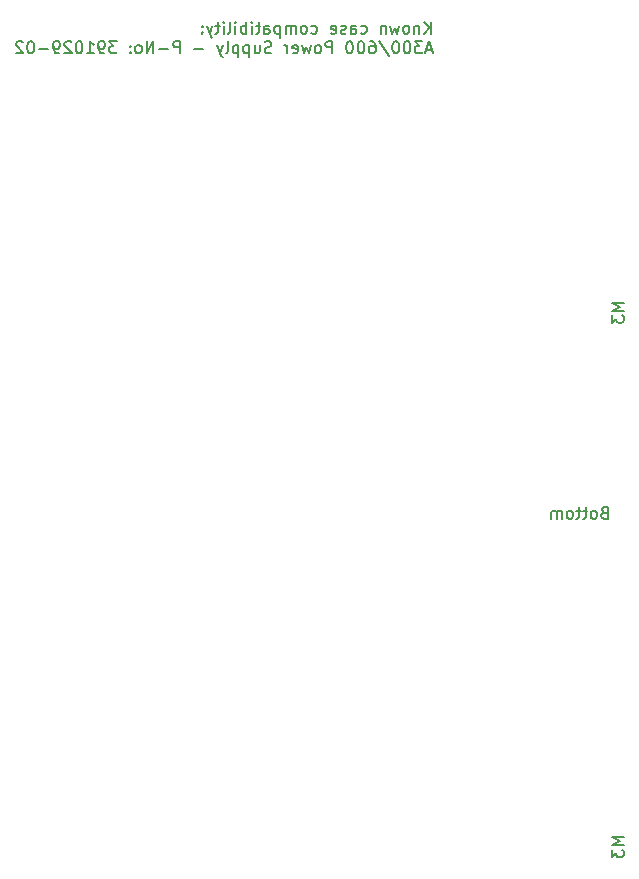
<source format=gbr>
%TF.GenerationSoftware,KiCad,Pcbnew,(5.1.6)-1*%
%TF.CreationDate,2020-08-16T12:36:38+01:00*%
%TF.ProjectId,KiKadAmigaMeanwell,4b694b61-6441-46d6-9967-614d65616e77,1.00*%
%TF.SameCoordinates,Original*%
%TF.FileFunction,Legend,Bot*%
%TF.FilePolarity,Positive*%
%FSLAX46Y46*%
G04 Gerber Fmt 4.6, Leading zero omitted, Abs format (unit mm)*
G04 Created by KiCad (PCBNEW (5.1.6)-1) date 2020-08-16 12:36:38*
%MOMM*%
%LPD*%
G01*
G04 APERTURE LIST*
%ADD10C,0.150000*%
G04 APERTURE END LIST*
D10*
X105414404Y-59127380D02*
X105414404Y-58127380D01*
X104842976Y-59127380D02*
X105271547Y-58555952D01*
X104842976Y-58127380D02*
X105414404Y-58698809D01*
X104414404Y-58460714D02*
X104414404Y-59127380D01*
X104414404Y-58555952D02*
X104366785Y-58508333D01*
X104271547Y-58460714D01*
X104128690Y-58460714D01*
X104033452Y-58508333D01*
X103985833Y-58603571D01*
X103985833Y-59127380D01*
X103366785Y-59127380D02*
X103462023Y-59079761D01*
X103509642Y-59032142D01*
X103557261Y-58936904D01*
X103557261Y-58651190D01*
X103509642Y-58555952D01*
X103462023Y-58508333D01*
X103366785Y-58460714D01*
X103223928Y-58460714D01*
X103128690Y-58508333D01*
X103081071Y-58555952D01*
X103033452Y-58651190D01*
X103033452Y-58936904D01*
X103081071Y-59032142D01*
X103128690Y-59079761D01*
X103223928Y-59127380D01*
X103366785Y-59127380D01*
X102700119Y-58460714D02*
X102509642Y-59127380D01*
X102319166Y-58651190D01*
X102128690Y-59127380D01*
X101938214Y-58460714D01*
X101557261Y-58460714D02*
X101557261Y-59127380D01*
X101557261Y-58555952D02*
X101509642Y-58508333D01*
X101414404Y-58460714D01*
X101271547Y-58460714D01*
X101176309Y-58508333D01*
X101128690Y-58603571D01*
X101128690Y-59127380D01*
X99462023Y-59079761D02*
X99557261Y-59127380D01*
X99747738Y-59127380D01*
X99842976Y-59079761D01*
X99890595Y-59032142D01*
X99938214Y-58936904D01*
X99938214Y-58651190D01*
X99890595Y-58555952D01*
X99842976Y-58508333D01*
X99747738Y-58460714D01*
X99557261Y-58460714D01*
X99462023Y-58508333D01*
X98604880Y-59127380D02*
X98604880Y-58603571D01*
X98652500Y-58508333D01*
X98747738Y-58460714D01*
X98938214Y-58460714D01*
X99033452Y-58508333D01*
X98604880Y-59079761D02*
X98700119Y-59127380D01*
X98938214Y-59127380D01*
X99033452Y-59079761D01*
X99081071Y-58984523D01*
X99081071Y-58889285D01*
X99033452Y-58794047D01*
X98938214Y-58746428D01*
X98700119Y-58746428D01*
X98604880Y-58698809D01*
X98176309Y-59079761D02*
X98081071Y-59127380D01*
X97890595Y-59127380D01*
X97795357Y-59079761D01*
X97747738Y-58984523D01*
X97747738Y-58936904D01*
X97795357Y-58841666D01*
X97890595Y-58794047D01*
X98033452Y-58794047D01*
X98128690Y-58746428D01*
X98176309Y-58651190D01*
X98176309Y-58603571D01*
X98128690Y-58508333D01*
X98033452Y-58460714D01*
X97890595Y-58460714D01*
X97795357Y-58508333D01*
X96938214Y-59079761D02*
X97033452Y-59127380D01*
X97223928Y-59127380D01*
X97319166Y-59079761D01*
X97366785Y-58984523D01*
X97366785Y-58603571D01*
X97319166Y-58508333D01*
X97223928Y-58460714D01*
X97033452Y-58460714D01*
X96938214Y-58508333D01*
X96890595Y-58603571D01*
X96890595Y-58698809D01*
X97366785Y-58794047D01*
X95271547Y-59079761D02*
X95366785Y-59127380D01*
X95557261Y-59127380D01*
X95652500Y-59079761D01*
X95700119Y-59032142D01*
X95747738Y-58936904D01*
X95747738Y-58651190D01*
X95700119Y-58555952D01*
X95652500Y-58508333D01*
X95557261Y-58460714D01*
X95366785Y-58460714D01*
X95271547Y-58508333D01*
X94700119Y-59127380D02*
X94795357Y-59079761D01*
X94842976Y-59032142D01*
X94890595Y-58936904D01*
X94890595Y-58651190D01*
X94842976Y-58555952D01*
X94795357Y-58508333D01*
X94700119Y-58460714D01*
X94557261Y-58460714D01*
X94462023Y-58508333D01*
X94414404Y-58555952D01*
X94366785Y-58651190D01*
X94366785Y-58936904D01*
X94414404Y-59032142D01*
X94462023Y-59079761D01*
X94557261Y-59127380D01*
X94700119Y-59127380D01*
X93938214Y-59127380D02*
X93938214Y-58460714D01*
X93938214Y-58555952D02*
X93890595Y-58508333D01*
X93795357Y-58460714D01*
X93652500Y-58460714D01*
X93557261Y-58508333D01*
X93509642Y-58603571D01*
X93509642Y-59127380D01*
X93509642Y-58603571D02*
X93462023Y-58508333D01*
X93366785Y-58460714D01*
X93223928Y-58460714D01*
X93128690Y-58508333D01*
X93081071Y-58603571D01*
X93081071Y-59127380D01*
X92604880Y-58460714D02*
X92604880Y-59460714D01*
X92604880Y-58508333D02*
X92509642Y-58460714D01*
X92319166Y-58460714D01*
X92223928Y-58508333D01*
X92176309Y-58555952D01*
X92128690Y-58651190D01*
X92128690Y-58936904D01*
X92176309Y-59032142D01*
X92223928Y-59079761D01*
X92319166Y-59127380D01*
X92509642Y-59127380D01*
X92604880Y-59079761D01*
X91271547Y-59127380D02*
X91271547Y-58603571D01*
X91319166Y-58508333D01*
X91414404Y-58460714D01*
X91604880Y-58460714D01*
X91700119Y-58508333D01*
X91271547Y-59079761D02*
X91366785Y-59127380D01*
X91604880Y-59127380D01*
X91700119Y-59079761D01*
X91747738Y-58984523D01*
X91747738Y-58889285D01*
X91700119Y-58794047D01*
X91604880Y-58746428D01*
X91366785Y-58746428D01*
X91271547Y-58698809D01*
X90938214Y-58460714D02*
X90557261Y-58460714D01*
X90795357Y-58127380D02*
X90795357Y-58984523D01*
X90747738Y-59079761D01*
X90652500Y-59127380D01*
X90557261Y-59127380D01*
X90223928Y-59127380D02*
X90223928Y-58460714D01*
X90223928Y-58127380D02*
X90271547Y-58175000D01*
X90223928Y-58222619D01*
X90176309Y-58175000D01*
X90223928Y-58127380D01*
X90223928Y-58222619D01*
X89747738Y-59127380D02*
X89747738Y-58127380D01*
X89747738Y-58508333D02*
X89652500Y-58460714D01*
X89462023Y-58460714D01*
X89366785Y-58508333D01*
X89319166Y-58555952D01*
X89271547Y-58651190D01*
X89271547Y-58936904D01*
X89319166Y-59032142D01*
X89366785Y-59079761D01*
X89462023Y-59127380D01*
X89652500Y-59127380D01*
X89747738Y-59079761D01*
X88842976Y-59127380D02*
X88842976Y-58460714D01*
X88842976Y-58127380D02*
X88890595Y-58175000D01*
X88842976Y-58222619D01*
X88795357Y-58175000D01*
X88842976Y-58127380D01*
X88842976Y-58222619D01*
X88223928Y-59127380D02*
X88319166Y-59079761D01*
X88366785Y-58984523D01*
X88366785Y-58127380D01*
X87842976Y-59127380D02*
X87842976Y-58460714D01*
X87842976Y-58127380D02*
X87890595Y-58175000D01*
X87842976Y-58222619D01*
X87795357Y-58175000D01*
X87842976Y-58127380D01*
X87842976Y-58222619D01*
X87509642Y-58460714D02*
X87128690Y-58460714D01*
X87366785Y-58127380D02*
X87366785Y-58984523D01*
X87319166Y-59079761D01*
X87223928Y-59127380D01*
X87128690Y-59127380D01*
X86890595Y-58460714D02*
X86652500Y-59127380D01*
X86414404Y-58460714D02*
X86652500Y-59127380D01*
X86747738Y-59365476D01*
X86795357Y-59413095D01*
X86890595Y-59460714D01*
X86033452Y-59032142D02*
X85985833Y-59079761D01*
X86033452Y-59127380D01*
X86081071Y-59079761D01*
X86033452Y-59032142D01*
X86033452Y-59127380D01*
X86033452Y-58508333D02*
X85985833Y-58555952D01*
X86033452Y-58603571D01*
X86081071Y-58555952D01*
X86033452Y-58508333D01*
X86033452Y-58603571D01*
X105462023Y-60491666D02*
X104985833Y-60491666D01*
X105557261Y-60777380D02*
X105223928Y-59777380D01*
X104890595Y-60777380D01*
X104652500Y-59777380D02*
X104033452Y-59777380D01*
X104366785Y-60158333D01*
X104223928Y-60158333D01*
X104128690Y-60205952D01*
X104081071Y-60253571D01*
X104033452Y-60348809D01*
X104033452Y-60586904D01*
X104081071Y-60682142D01*
X104128690Y-60729761D01*
X104223928Y-60777380D01*
X104509642Y-60777380D01*
X104604880Y-60729761D01*
X104652500Y-60682142D01*
X103414404Y-59777380D02*
X103319166Y-59777380D01*
X103223928Y-59825000D01*
X103176309Y-59872619D01*
X103128690Y-59967857D01*
X103081071Y-60158333D01*
X103081071Y-60396428D01*
X103128690Y-60586904D01*
X103176309Y-60682142D01*
X103223928Y-60729761D01*
X103319166Y-60777380D01*
X103414404Y-60777380D01*
X103509642Y-60729761D01*
X103557261Y-60682142D01*
X103604880Y-60586904D01*
X103652500Y-60396428D01*
X103652500Y-60158333D01*
X103604880Y-59967857D01*
X103557261Y-59872619D01*
X103509642Y-59825000D01*
X103414404Y-59777380D01*
X102462023Y-59777380D02*
X102366785Y-59777380D01*
X102271547Y-59825000D01*
X102223928Y-59872619D01*
X102176309Y-59967857D01*
X102128690Y-60158333D01*
X102128690Y-60396428D01*
X102176309Y-60586904D01*
X102223928Y-60682142D01*
X102271547Y-60729761D01*
X102366785Y-60777380D01*
X102462023Y-60777380D01*
X102557261Y-60729761D01*
X102604880Y-60682142D01*
X102652500Y-60586904D01*
X102700119Y-60396428D01*
X102700119Y-60158333D01*
X102652500Y-59967857D01*
X102604880Y-59872619D01*
X102557261Y-59825000D01*
X102462023Y-59777380D01*
X100985833Y-59729761D02*
X101842976Y-61015476D01*
X100223928Y-59777380D02*
X100414404Y-59777380D01*
X100509642Y-59825000D01*
X100557261Y-59872619D01*
X100652500Y-60015476D01*
X100700119Y-60205952D01*
X100700119Y-60586904D01*
X100652500Y-60682142D01*
X100604880Y-60729761D01*
X100509642Y-60777380D01*
X100319166Y-60777380D01*
X100223928Y-60729761D01*
X100176309Y-60682142D01*
X100128690Y-60586904D01*
X100128690Y-60348809D01*
X100176309Y-60253571D01*
X100223928Y-60205952D01*
X100319166Y-60158333D01*
X100509642Y-60158333D01*
X100604880Y-60205952D01*
X100652500Y-60253571D01*
X100700119Y-60348809D01*
X99509642Y-59777380D02*
X99414404Y-59777380D01*
X99319166Y-59825000D01*
X99271547Y-59872619D01*
X99223928Y-59967857D01*
X99176309Y-60158333D01*
X99176309Y-60396428D01*
X99223928Y-60586904D01*
X99271547Y-60682142D01*
X99319166Y-60729761D01*
X99414404Y-60777380D01*
X99509642Y-60777380D01*
X99604880Y-60729761D01*
X99652500Y-60682142D01*
X99700119Y-60586904D01*
X99747738Y-60396428D01*
X99747738Y-60158333D01*
X99700119Y-59967857D01*
X99652500Y-59872619D01*
X99604880Y-59825000D01*
X99509642Y-59777380D01*
X98557261Y-59777380D02*
X98462023Y-59777380D01*
X98366785Y-59825000D01*
X98319166Y-59872619D01*
X98271547Y-59967857D01*
X98223928Y-60158333D01*
X98223928Y-60396428D01*
X98271547Y-60586904D01*
X98319166Y-60682142D01*
X98366785Y-60729761D01*
X98462023Y-60777380D01*
X98557261Y-60777380D01*
X98652500Y-60729761D01*
X98700119Y-60682142D01*
X98747738Y-60586904D01*
X98795357Y-60396428D01*
X98795357Y-60158333D01*
X98747738Y-59967857D01*
X98700119Y-59872619D01*
X98652500Y-59825000D01*
X98557261Y-59777380D01*
X97033452Y-60777380D02*
X97033452Y-59777380D01*
X96652500Y-59777380D01*
X96557261Y-59825000D01*
X96509642Y-59872619D01*
X96462023Y-59967857D01*
X96462023Y-60110714D01*
X96509642Y-60205952D01*
X96557261Y-60253571D01*
X96652500Y-60301190D01*
X97033452Y-60301190D01*
X95890595Y-60777380D02*
X95985833Y-60729761D01*
X96033452Y-60682142D01*
X96081071Y-60586904D01*
X96081071Y-60301190D01*
X96033452Y-60205952D01*
X95985833Y-60158333D01*
X95890595Y-60110714D01*
X95747738Y-60110714D01*
X95652500Y-60158333D01*
X95604880Y-60205952D01*
X95557261Y-60301190D01*
X95557261Y-60586904D01*
X95604880Y-60682142D01*
X95652500Y-60729761D01*
X95747738Y-60777380D01*
X95890595Y-60777380D01*
X95223928Y-60110714D02*
X95033452Y-60777380D01*
X94842976Y-60301190D01*
X94652500Y-60777380D01*
X94462023Y-60110714D01*
X93700119Y-60729761D02*
X93795357Y-60777380D01*
X93985833Y-60777380D01*
X94081071Y-60729761D01*
X94128690Y-60634523D01*
X94128690Y-60253571D01*
X94081071Y-60158333D01*
X93985833Y-60110714D01*
X93795357Y-60110714D01*
X93700119Y-60158333D01*
X93652500Y-60253571D01*
X93652500Y-60348809D01*
X94128690Y-60444047D01*
X93223928Y-60777380D02*
X93223928Y-60110714D01*
X93223928Y-60301190D02*
X93176309Y-60205952D01*
X93128690Y-60158333D01*
X93033452Y-60110714D01*
X92938214Y-60110714D01*
X91890595Y-60729761D02*
X91747738Y-60777380D01*
X91509642Y-60777380D01*
X91414404Y-60729761D01*
X91366785Y-60682142D01*
X91319166Y-60586904D01*
X91319166Y-60491666D01*
X91366785Y-60396428D01*
X91414404Y-60348809D01*
X91509642Y-60301190D01*
X91700119Y-60253571D01*
X91795357Y-60205952D01*
X91842976Y-60158333D01*
X91890595Y-60063095D01*
X91890595Y-59967857D01*
X91842976Y-59872619D01*
X91795357Y-59825000D01*
X91700119Y-59777380D01*
X91462023Y-59777380D01*
X91319166Y-59825000D01*
X90462023Y-60110714D02*
X90462023Y-60777380D01*
X90890595Y-60110714D02*
X90890595Y-60634523D01*
X90842976Y-60729761D01*
X90747738Y-60777380D01*
X90604880Y-60777380D01*
X90509642Y-60729761D01*
X90462023Y-60682142D01*
X89985833Y-60110714D02*
X89985833Y-61110714D01*
X89985833Y-60158333D02*
X89890595Y-60110714D01*
X89700119Y-60110714D01*
X89604880Y-60158333D01*
X89557261Y-60205952D01*
X89509642Y-60301190D01*
X89509642Y-60586904D01*
X89557261Y-60682142D01*
X89604880Y-60729761D01*
X89700119Y-60777380D01*
X89890595Y-60777380D01*
X89985833Y-60729761D01*
X89081071Y-60110714D02*
X89081071Y-61110714D01*
X89081071Y-60158333D02*
X88985833Y-60110714D01*
X88795357Y-60110714D01*
X88700119Y-60158333D01*
X88652500Y-60205952D01*
X88604880Y-60301190D01*
X88604880Y-60586904D01*
X88652500Y-60682142D01*
X88700119Y-60729761D01*
X88795357Y-60777380D01*
X88985833Y-60777380D01*
X89081071Y-60729761D01*
X88033452Y-60777380D02*
X88128690Y-60729761D01*
X88176309Y-60634523D01*
X88176309Y-59777380D01*
X87747738Y-60110714D02*
X87509642Y-60777380D01*
X87271547Y-60110714D02*
X87509642Y-60777380D01*
X87604880Y-61015476D01*
X87652500Y-61063095D01*
X87747738Y-61110714D01*
X86128690Y-60396428D02*
X85366785Y-60396428D01*
X84128690Y-60777380D02*
X84128690Y-59777380D01*
X83747738Y-59777380D01*
X83652500Y-59825000D01*
X83604880Y-59872619D01*
X83557261Y-59967857D01*
X83557261Y-60110714D01*
X83604880Y-60205952D01*
X83652500Y-60253571D01*
X83747738Y-60301190D01*
X84128690Y-60301190D01*
X83128690Y-60396428D02*
X82366785Y-60396428D01*
X81890595Y-60777380D02*
X81890595Y-59777380D01*
X81319166Y-60777380D01*
X81319166Y-59777380D01*
X80700119Y-60777380D02*
X80795357Y-60729761D01*
X80842976Y-60682142D01*
X80890595Y-60586904D01*
X80890595Y-60301190D01*
X80842976Y-60205952D01*
X80795357Y-60158333D01*
X80700119Y-60110714D01*
X80557261Y-60110714D01*
X80462023Y-60158333D01*
X80414404Y-60205952D01*
X80366785Y-60301190D01*
X80366785Y-60586904D01*
X80414404Y-60682142D01*
X80462023Y-60729761D01*
X80557261Y-60777380D01*
X80700119Y-60777380D01*
X79938214Y-60682142D02*
X79890595Y-60729761D01*
X79938214Y-60777380D01*
X79985833Y-60729761D01*
X79938214Y-60682142D01*
X79938214Y-60777380D01*
X79938214Y-60158333D02*
X79890595Y-60205952D01*
X79938214Y-60253571D01*
X79985833Y-60205952D01*
X79938214Y-60158333D01*
X79938214Y-60253571D01*
X78795357Y-59777380D02*
X78176309Y-59777380D01*
X78509642Y-60158333D01*
X78366785Y-60158333D01*
X78271547Y-60205952D01*
X78223928Y-60253571D01*
X78176309Y-60348809D01*
X78176309Y-60586904D01*
X78223928Y-60682142D01*
X78271547Y-60729761D01*
X78366785Y-60777380D01*
X78652500Y-60777380D01*
X78747738Y-60729761D01*
X78795357Y-60682142D01*
X77700119Y-60777380D02*
X77509642Y-60777380D01*
X77414404Y-60729761D01*
X77366785Y-60682142D01*
X77271547Y-60539285D01*
X77223928Y-60348809D01*
X77223928Y-59967857D01*
X77271547Y-59872619D01*
X77319166Y-59825000D01*
X77414404Y-59777380D01*
X77604880Y-59777380D01*
X77700119Y-59825000D01*
X77747738Y-59872619D01*
X77795357Y-59967857D01*
X77795357Y-60205952D01*
X77747738Y-60301190D01*
X77700119Y-60348809D01*
X77604880Y-60396428D01*
X77414404Y-60396428D01*
X77319166Y-60348809D01*
X77271547Y-60301190D01*
X77223928Y-60205952D01*
X76271547Y-60777380D02*
X76842976Y-60777380D01*
X76557261Y-60777380D02*
X76557261Y-59777380D01*
X76652500Y-59920238D01*
X76747738Y-60015476D01*
X76842976Y-60063095D01*
X75652500Y-59777380D02*
X75557261Y-59777380D01*
X75462023Y-59825000D01*
X75414404Y-59872619D01*
X75366785Y-59967857D01*
X75319166Y-60158333D01*
X75319166Y-60396428D01*
X75366785Y-60586904D01*
X75414404Y-60682142D01*
X75462023Y-60729761D01*
X75557261Y-60777380D01*
X75652500Y-60777380D01*
X75747738Y-60729761D01*
X75795357Y-60682142D01*
X75842976Y-60586904D01*
X75890595Y-60396428D01*
X75890595Y-60158333D01*
X75842976Y-59967857D01*
X75795357Y-59872619D01*
X75747738Y-59825000D01*
X75652500Y-59777380D01*
X74938214Y-59872619D02*
X74890595Y-59825000D01*
X74795357Y-59777380D01*
X74557261Y-59777380D01*
X74462023Y-59825000D01*
X74414404Y-59872619D01*
X74366785Y-59967857D01*
X74366785Y-60063095D01*
X74414404Y-60205952D01*
X74985833Y-60777380D01*
X74366785Y-60777380D01*
X73890595Y-60777380D02*
X73700119Y-60777380D01*
X73604880Y-60729761D01*
X73557261Y-60682142D01*
X73462023Y-60539285D01*
X73414404Y-60348809D01*
X73414404Y-59967857D01*
X73462023Y-59872619D01*
X73509642Y-59825000D01*
X73604880Y-59777380D01*
X73795357Y-59777380D01*
X73890595Y-59825000D01*
X73938214Y-59872619D01*
X73985833Y-59967857D01*
X73985833Y-60205952D01*
X73938214Y-60301190D01*
X73890595Y-60348809D01*
X73795357Y-60396428D01*
X73604880Y-60396428D01*
X73509642Y-60348809D01*
X73462023Y-60301190D01*
X73414404Y-60205952D01*
X72985833Y-60396428D02*
X72223928Y-60396428D01*
X71557261Y-59777380D02*
X71462023Y-59777380D01*
X71366785Y-59825000D01*
X71319166Y-59872619D01*
X71271547Y-59967857D01*
X71223928Y-60158333D01*
X71223928Y-60396428D01*
X71271547Y-60586904D01*
X71319166Y-60682142D01*
X71366785Y-60729761D01*
X71462023Y-60777380D01*
X71557261Y-60777380D01*
X71652500Y-60729761D01*
X71700119Y-60682142D01*
X71747738Y-60586904D01*
X71795357Y-60396428D01*
X71795357Y-60158333D01*
X71747738Y-59967857D01*
X71700119Y-59872619D01*
X71652500Y-59825000D01*
X71557261Y-59777380D01*
X70842976Y-59872619D02*
X70795357Y-59825000D01*
X70700119Y-59777380D01*
X70462023Y-59777380D01*
X70366785Y-59825000D01*
X70319166Y-59872619D01*
X70271547Y-59967857D01*
X70271547Y-60063095D01*
X70319166Y-60205952D01*
X70890595Y-60777380D01*
X70271547Y-60777380D01*
X120071428Y-99678571D02*
X119928571Y-99726190D01*
X119880952Y-99773809D01*
X119833333Y-99869047D01*
X119833333Y-100011904D01*
X119880952Y-100107142D01*
X119928571Y-100154761D01*
X120023809Y-100202380D01*
X120404761Y-100202380D01*
X120404761Y-99202380D01*
X120071428Y-99202380D01*
X119976190Y-99250000D01*
X119928571Y-99297619D01*
X119880952Y-99392857D01*
X119880952Y-99488095D01*
X119928571Y-99583333D01*
X119976190Y-99630952D01*
X120071428Y-99678571D01*
X120404761Y-99678571D01*
X119261904Y-100202380D02*
X119357142Y-100154761D01*
X119404761Y-100107142D01*
X119452380Y-100011904D01*
X119452380Y-99726190D01*
X119404761Y-99630952D01*
X119357142Y-99583333D01*
X119261904Y-99535714D01*
X119119047Y-99535714D01*
X119023809Y-99583333D01*
X118976190Y-99630952D01*
X118928571Y-99726190D01*
X118928571Y-100011904D01*
X118976190Y-100107142D01*
X119023809Y-100154761D01*
X119119047Y-100202380D01*
X119261904Y-100202380D01*
X118642857Y-99535714D02*
X118261904Y-99535714D01*
X118500000Y-99202380D02*
X118500000Y-100059523D01*
X118452380Y-100154761D01*
X118357142Y-100202380D01*
X118261904Y-100202380D01*
X118071428Y-99535714D02*
X117690476Y-99535714D01*
X117928571Y-99202380D02*
X117928571Y-100059523D01*
X117880952Y-100154761D01*
X117785714Y-100202380D01*
X117690476Y-100202380D01*
X117214285Y-100202380D02*
X117309523Y-100154761D01*
X117357142Y-100107142D01*
X117404761Y-100011904D01*
X117404761Y-99726190D01*
X117357142Y-99630952D01*
X117309523Y-99583333D01*
X117214285Y-99535714D01*
X117071428Y-99535714D01*
X116976190Y-99583333D01*
X116928571Y-99630952D01*
X116880952Y-99726190D01*
X116880952Y-100011904D01*
X116928571Y-100107142D01*
X116976190Y-100154761D01*
X117071428Y-100202380D01*
X117214285Y-100202380D01*
X116452380Y-100202380D02*
X116452380Y-99535714D01*
X116452380Y-99630952D02*
X116404761Y-99583333D01*
X116309523Y-99535714D01*
X116166666Y-99535714D01*
X116071428Y-99583333D01*
X116023809Y-99678571D01*
X116023809Y-100202380D01*
X116023809Y-99678571D02*
X115976190Y-99583333D01*
X115880952Y-99535714D01*
X115738095Y-99535714D01*
X115642857Y-99583333D01*
X115595238Y-99678571D01*
X115595238Y-100202380D01*
%TO.C,Meanwell RT-50B*%
X121702380Y-81940476D02*
X120702380Y-81940476D01*
X121416666Y-82273809D01*
X120702380Y-82607142D01*
X121702380Y-82607142D01*
X120702380Y-82988095D02*
X120702380Y-83607142D01*
X121083333Y-83273809D01*
X121083333Y-83416666D01*
X121130952Y-83511904D01*
X121178571Y-83559523D01*
X121273809Y-83607142D01*
X121511904Y-83607142D01*
X121607142Y-83559523D01*
X121654761Y-83511904D01*
X121702380Y-83416666D01*
X121702380Y-83130952D01*
X121654761Y-83035714D01*
X121607142Y-82988095D01*
X121702380Y-127190476D02*
X120702380Y-127190476D01*
X121416666Y-127523809D01*
X120702380Y-127857142D01*
X121702380Y-127857142D01*
X120702380Y-128238095D02*
X120702380Y-128857142D01*
X121083333Y-128523809D01*
X121083333Y-128666666D01*
X121130952Y-128761904D01*
X121178571Y-128809523D01*
X121273809Y-128857142D01*
X121511904Y-128857142D01*
X121607142Y-128809523D01*
X121654761Y-128761904D01*
X121702380Y-128666666D01*
X121702380Y-128380952D01*
X121654761Y-128285714D01*
X121607142Y-128238095D01*
%TD*%
M02*

</source>
